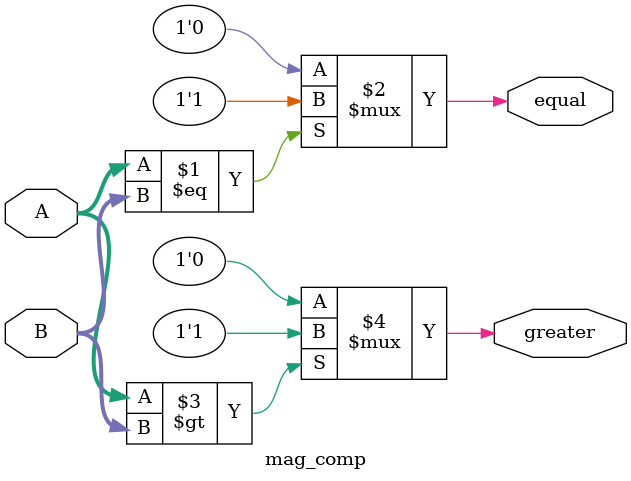
<source format=v>
module mag_comp (
    input [3:0] A,
    input [3:0] B,
    output equal,
    output greater
);

    assign equal = (A == B) ? 1'b1 : 1'b0;
    assign greater = (A > B) ? 1'b1 : 1'b0;

endmodule
</source>
